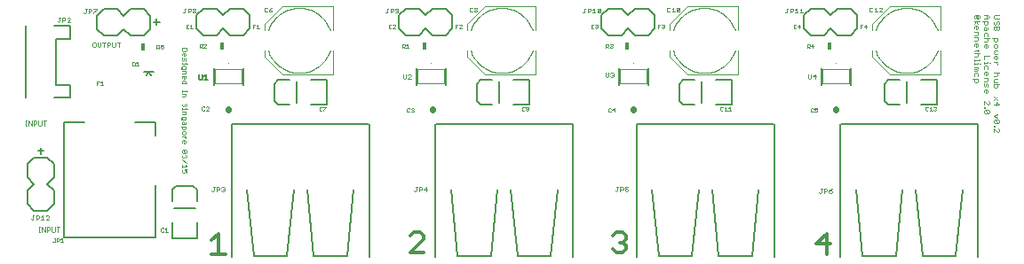
<source format=gto>
G75*
G70*
%OFA0B0*%
%FSLAX24Y24*%
%IPPOS*%
%LPD*%
%AMOC8*
5,1,8,0,0,1.08239X$1,22.5*
%
%ADD10C,0.0140*%
%ADD11C,0.0040*%
%ADD12C,0.0030*%
%ADD13C,0.0060*%
%ADD14C,0.0020*%
%ADD15C,0.0050*%
%ADD16C,0.0080*%
%ADD17C,0.0010*%
%ADD18C,0.0004*%
%ADD19C,0.0030*%
%ADD20C,0.0220*%
%ADD21R,0.0160X0.0280*%
D10*
X007970Y001170D02*
X008477Y001170D01*
X008224Y001170D02*
X008224Y001931D01*
X007970Y001677D01*
X015420Y001854D02*
X015547Y001981D01*
X015800Y001981D01*
X015927Y001854D01*
X015927Y001727D01*
X015420Y001220D01*
X015927Y001220D01*
X023020Y001347D02*
X023147Y001220D01*
X023400Y001220D01*
X023527Y001347D01*
X023527Y001474D01*
X023400Y001600D01*
X023274Y001600D01*
X023400Y001600D02*
X023527Y001727D01*
X023527Y001854D01*
X023400Y001981D01*
X023147Y001981D01*
X023020Y001854D01*
X030670Y001550D02*
X031177Y001550D01*
X031050Y001931D02*
X030670Y001550D01*
X031050Y001170D02*
X031050Y001931D01*
D11*
X030952Y003470D02*
X030952Y003630D01*
X031032Y003630D01*
X031058Y003603D01*
X031058Y003550D01*
X031032Y003523D01*
X030952Y003523D01*
X030848Y003497D02*
X030848Y003630D01*
X030874Y003630D02*
X030821Y003630D01*
X030848Y003497D02*
X030821Y003470D01*
X030794Y003470D01*
X030768Y003497D01*
X031136Y003497D02*
X031163Y003470D01*
X031216Y003470D01*
X031243Y003497D01*
X031243Y003523D01*
X031216Y003550D01*
X031136Y003550D01*
X031136Y003497D01*
X031136Y003550D02*
X031189Y003603D01*
X031243Y003630D01*
X037320Y005750D02*
X037320Y005884D01*
X037454Y005750D01*
X037487Y005750D01*
X037520Y005783D01*
X037520Y005850D01*
X037487Y005884D01*
X037353Y005961D02*
X037320Y005961D01*
X037320Y005994D01*
X037353Y005994D01*
X037353Y005961D01*
X037353Y006082D02*
X037320Y006115D01*
X037320Y006182D01*
X037353Y006215D01*
X037487Y006082D01*
X037353Y006082D01*
X037353Y006215D02*
X037487Y006215D01*
X037520Y006182D01*
X037520Y006115D01*
X037487Y006082D01*
X037454Y006303D02*
X037320Y006369D01*
X037454Y006436D01*
X037160Y006483D02*
X037127Y006450D01*
X036993Y006583D01*
X036960Y006550D01*
X036960Y006483D01*
X036993Y006450D01*
X037127Y006450D01*
X037160Y006483D02*
X037160Y006550D01*
X037127Y006583D01*
X036993Y006583D01*
X036993Y006660D02*
X036960Y006660D01*
X036960Y006694D01*
X036993Y006694D01*
X036993Y006660D01*
X036960Y006781D02*
X036960Y006915D01*
X037094Y006781D01*
X037127Y006781D01*
X037160Y006815D01*
X037160Y006881D01*
X037127Y006915D01*
X037320Y006966D02*
X037454Y007099D01*
X037454Y006966D02*
X037320Y007099D01*
X037420Y006878D02*
X037420Y006745D01*
X037320Y006778D02*
X037520Y006778D01*
X037420Y006878D01*
X037060Y007223D02*
X037027Y007223D01*
X037027Y007357D01*
X037060Y007357D02*
X037094Y007323D01*
X037094Y007257D01*
X037060Y007223D01*
X036960Y007257D02*
X036960Y007323D01*
X036993Y007357D01*
X037060Y007357D01*
X037094Y007444D02*
X037094Y007544D01*
X037060Y007578D01*
X037027Y007544D01*
X037027Y007478D01*
X036993Y007444D01*
X036960Y007478D01*
X036960Y007578D01*
X036960Y007665D02*
X037060Y007665D01*
X037094Y007699D01*
X037094Y007799D01*
X036960Y007799D01*
X037027Y007886D02*
X037027Y008020D01*
X037060Y008020D02*
X037094Y007986D01*
X037094Y007920D01*
X037060Y007886D01*
X037027Y007886D01*
X036960Y007920D02*
X036960Y007986D01*
X036993Y008020D01*
X037060Y008020D01*
X037094Y008107D02*
X037094Y008207D01*
X037060Y008241D01*
X036993Y008241D01*
X036960Y008207D01*
X036960Y008107D01*
X036734Y008104D02*
X036700Y008070D01*
X036600Y008070D01*
X036600Y008137D02*
X036700Y008137D01*
X036734Y008104D01*
X036700Y008137D02*
X036734Y008171D01*
X036734Y008204D01*
X036600Y008204D01*
X036600Y008285D02*
X036600Y008351D01*
X036600Y008318D02*
X036734Y008318D01*
X036734Y008351D01*
X036800Y008318D02*
X036834Y008318D01*
X036960Y008321D02*
X036960Y008388D01*
X036960Y008355D02*
X037094Y008355D01*
X037094Y008388D01*
X037160Y008355D02*
X037194Y008355D01*
X037320Y008388D02*
X037454Y008388D01*
X037454Y008321D02*
X037454Y008288D01*
X037454Y008321D02*
X037387Y008388D01*
X037387Y008476D02*
X037387Y008609D01*
X037420Y008609D02*
X037454Y008576D01*
X037454Y008509D01*
X037420Y008476D01*
X037387Y008476D01*
X037320Y008509D02*
X037320Y008576D01*
X037353Y008609D01*
X037420Y008609D01*
X037454Y008697D02*
X037353Y008697D01*
X037320Y008730D01*
X037353Y008763D01*
X037320Y008797D01*
X037353Y008830D01*
X037454Y008830D01*
X037420Y008918D02*
X037454Y008951D01*
X037454Y009018D01*
X037420Y009051D01*
X037353Y009051D01*
X037320Y009018D01*
X037320Y008951D01*
X037353Y008918D01*
X037420Y008918D01*
X037094Y008951D02*
X037060Y008918D01*
X037027Y008918D01*
X037027Y009051D01*
X037060Y009051D02*
X037094Y009018D01*
X037094Y008951D01*
X037060Y009051D02*
X036993Y009051D01*
X036960Y009018D01*
X036960Y008951D01*
X036960Y009139D02*
X037060Y009139D01*
X037094Y009172D01*
X037094Y009239D01*
X037060Y009272D01*
X037094Y009360D02*
X037094Y009460D01*
X037060Y009493D01*
X036993Y009493D01*
X036960Y009460D01*
X036960Y009360D01*
X036960Y009272D02*
X037160Y009272D01*
X037253Y009272D02*
X037454Y009272D01*
X037454Y009172D01*
X037420Y009139D01*
X037353Y009139D01*
X037320Y009172D01*
X037320Y009272D01*
X037353Y009581D02*
X037320Y009614D01*
X037320Y009714D01*
X037520Y009714D01*
X037520Y009614D01*
X037487Y009581D01*
X037454Y009581D01*
X037420Y009614D01*
X037420Y009714D01*
X037387Y009802D02*
X037353Y009802D01*
X037320Y009835D01*
X037320Y009902D01*
X037353Y009935D01*
X037420Y009902D02*
X037454Y009935D01*
X037487Y009935D01*
X037520Y009902D01*
X037520Y009835D01*
X037487Y009802D01*
X037420Y009835D02*
X037387Y009802D01*
X037420Y009835D02*
X037420Y009902D01*
X037353Y010023D02*
X037520Y010023D01*
X037353Y010023D02*
X037320Y010056D01*
X037320Y010123D01*
X037353Y010156D01*
X037520Y010156D01*
X037160Y010089D02*
X037094Y010023D01*
X036960Y010023D01*
X036960Y009935D02*
X036960Y009835D01*
X036993Y009802D01*
X037060Y009802D01*
X037094Y009835D01*
X037094Y009935D01*
X036893Y009935D01*
X036800Y009935D02*
X036600Y009935D01*
X036667Y009935D02*
X036734Y009835D01*
X036700Y009751D02*
X036734Y009717D01*
X036734Y009651D01*
X036700Y009617D01*
X036667Y009617D01*
X036667Y009751D01*
X036700Y009751D02*
X036633Y009751D01*
X036600Y009717D01*
X036600Y009651D01*
X036600Y009530D02*
X036734Y009530D01*
X036734Y009430D01*
X036700Y009396D01*
X036600Y009396D01*
X036600Y009309D02*
X036734Y009309D01*
X036734Y009209D01*
X036700Y009175D01*
X036600Y009175D01*
X036633Y009088D02*
X036700Y009088D01*
X036734Y009055D01*
X036734Y008988D01*
X036700Y008954D01*
X036667Y008954D01*
X036667Y009088D01*
X036633Y009088D02*
X036600Y009055D01*
X036600Y008988D01*
X036734Y008867D02*
X036734Y008800D01*
X036767Y008834D02*
X036633Y008834D01*
X036600Y008800D01*
X036600Y008720D02*
X036800Y008720D01*
X036734Y008686D02*
X036734Y008619D01*
X036700Y008586D01*
X036600Y008586D01*
X036600Y008499D02*
X036600Y008432D01*
X036600Y008465D02*
X036800Y008465D01*
X036800Y008499D01*
X036960Y008476D02*
X036960Y008609D01*
X037160Y008609D01*
X036734Y008686D02*
X036700Y008720D01*
X035330Y008826D02*
X035330Y007920D01*
X033440Y007920D01*
X032770Y008590D01*
X032770Y008826D01*
X032889Y009574D02*
X032911Y009638D01*
X032938Y009701D01*
X032968Y009763D01*
X033001Y009822D01*
X033037Y009880D01*
X033077Y009936D01*
X033120Y009989D01*
X033165Y010040D01*
X033213Y010088D01*
X033264Y010133D01*
X033318Y010176D01*
X033374Y010215D01*
X033431Y010252D01*
X033491Y010285D01*
X033553Y010314D01*
X033616Y010340D01*
X033680Y010363D01*
X033746Y010382D01*
X033813Y010397D01*
X033880Y010408D01*
X033948Y010416D01*
X034016Y010420D01*
X034084Y010420D01*
X034152Y010416D01*
X034220Y010408D01*
X034287Y010397D01*
X034354Y010382D01*
X034420Y010363D01*
X034484Y010340D01*
X034547Y010314D01*
X034609Y010285D01*
X034669Y010252D01*
X034726Y010215D01*
X034782Y010176D01*
X034836Y010133D01*
X034887Y010088D01*
X034935Y010040D01*
X034980Y009989D01*
X035023Y009936D01*
X035063Y009880D01*
X035099Y009822D01*
X035132Y009763D01*
X035162Y009701D01*
X035189Y009638D01*
X035211Y009574D01*
X035330Y009574D02*
X035330Y010480D01*
X033440Y010480D01*
X032770Y009810D01*
X032770Y009574D01*
X032889Y008826D02*
X032911Y008762D01*
X032938Y008699D01*
X032968Y008637D01*
X033001Y008578D01*
X033037Y008520D01*
X033077Y008464D01*
X033120Y008411D01*
X033165Y008360D01*
X033213Y008312D01*
X033264Y008267D01*
X033318Y008224D01*
X033374Y008185D01*
X033431Y008148D01*
X033491Y008115D01*
X033553Y008086D01*
X033616Y008060D01*
X033680Y008037D01*
X033746Y008018D01*
X033813Y008003D01*
X033880Y007992D01*
X033948Y007984D01*
X034016Y007980D01*
X034084Y007980D01*
X034152Y007984D01*
X034220Y007992D01*
X034287Y008003D01*
X034354Y008018D01*
X034420Y008037D01*
X034484Y008060D01*
X034547Y008086D01*
X034609Y008115D01*
X034669Y008148D01*
X034726Y008185D01*
X034782Y008224D01*
X034836Y008267D01*
X034887Y008312D01*
X034935Y008360D01*
X034980Y008411D01*
X035023Y008464D01*
X035063Y008520D01*
X035099Y008578D01*
X035132Y008637D01*
X035162Y008699D01*
X035189Y008762D01*
X035211Y008826D01*
X036600Y007950D02*
X036633Y007983D01*
X036700Y007983D01*
X036734Y007950D01*
X036734Y007849D01*
X036734Y007762D02*
X036734Y007662D01*
X036700Y007629D01*
X036633Y007629D01*
X036600Y007662D01*
X036600Y007762D01*
X036533Y007762D02*
X036734Y007762D01*
X036600Y007849D02*
X036600Y007950D01*
X037320Y007983D02*
X037520Y007983D01*
X037454Y007950D02*
X037420Y007983D01*
X037454Y007950D02*
X037454Y007883D01*
X037420Y007849D01*
X037320Y007849D01*
X037353Y007762D02*
X037320Y007729D01*
X037320Y007629D01*
X037454Y007629D01*
X037454Y007541D02*
X037454Y007441D01*
X037420Y007408D01*
X037353Y007408D01*
X037320Y007441D01*
X037320Y007541D01*
X037520Y007541D01*
X037454Y007762D02*
X037353Y007762D01*
X037387Y009581D02*
X037353Y009581D01*
X037387Y009581D02*
X037420Y009614D01*
X037094Y009614D02*
X037060Y009581D01*
X036960Y009581D01*
X036960Y009681D01*
X036993Y009714D01*
X037027Y009681D01*
X037027Y009581D01*
X037094Y009614D02*
X037094Y009681D01*
X036667Y009935D02*
X036600Y009835D01*
X036633Y010023D02*
X036600Y010056D01*
X036600Y010123D01*
X036633Y010156D01*
X036767Y010156D01*
X036800Y010123D01*
X036800Y010056D01*
X036767Y010023D01*
X036700Y010023D01*
X036667Y010056D01*
X036734Y010056D01*
X036734Y010123D01*
X036667Y010123D01*
X036667Y010056D01*
X036960Y010156D02*
X037094Y010156D01*
X037160Y010089D01*
X037060Y010023D02*
X037060Y010156D01*
X033132Y010276D02*
X033025Y010276D01*
X033132Y010383D01*
X033132Y010410D01*
X033105Y010436D01*
X033052Y010436D01*
X033025Y010410D01*
X032894Y010436D02*
X032894Y010276D01*
X032841Y010276D02*
X032947Y010276D01*
X032841Y010383D02*
X032894Y010436D01*
X032763Y010410D02*
X032737Y010436D01*
X032683Y010436D01*
X032657Y010410D01*
X032657Y010303D01*
X032683Y010276D01*
X032737Y010276D01*
X032763Y010303D01*
X030149Y010240D02*
X030042Y010240D01*
X030096Y010240D02*
X030096Y010400D01*
X030042Y010347D01*
X029965Y010240D02*
X029858Y010240D01*
X029912Y010240D02*
X029912Y010400D01*
X029858Y010347D01*
X029781Y010373D02*
X029781Y010320D01*
X029754Y010293D01*
X029674Y010293D01*
X029674Y010240D02*
X029674Y010400D01*
X029754Y010400D01*
X029781Y010373D01*
X029597Y010400D02*
X029543Y010400D01*
X029570Y010400D02*
X029570Y010267D01*
X029543Y010240D01*
X029517Y010240D01*
X029490Y010267D01*
X027730Y010480D02*
X027730Y009574D01*
X027611Y009574D02*
X027589Y009638D01*
X027562Y009701D01*
X027532Y009763D01*
X027499Y009822D01*
X027463Y009880D01*
X027423Y009936D01*
X027380Y009989D01*
X027335Y010040D01*
X027287Y010088D01*
X027236Y010133D01*
X027182Y010176D01*
X027126Y010215D01*
X027069Y010252D01*
X027009Y010285D01*
X026947Y010314D01*
X026884Y010340D01*
X026820Y010363D01*
X026754Y010382D01*
X026687Y010397D01*
X026620Y010408D01*
X026552Y010416D01*
X026484Y010420D01*
X026416Y010420D01*
X026348Y010416D01*
X026280Y010408D01*
X026213Y010397D01*
X026146Y010382D01*
X026080Y010363D01*
X026016Y010340D01*
X025953Y010314D01*
X025891Y010285D01*
X025831Y010252D01*
X025774Y010215D01*
X025718Y010176D01*
X025664Y010133D01*
X025613Y010088D01*
X025565Y010040D01*
X025520Y009989D01*
X025477Y009936D01*
X025437Y009880D01*
X025401Y009822D01*
X025368Y009763D01*
X025338Y009701D01*
X025311Y009638D01*
X025289Y009574D01*
X025170Y009574D02*
X025170Y009810D01*
X025840Y010480D01*
X027730Y010480D01*
X025532Y010410D02*
X025425Y010303D01*
X025452Y010276D01*
X025505Y010276D01*
X025532Y010303D01*
X025532Y010410D01*
X025505Y010436D01*
X025452Y010436D01*
X025425Y010410D01*
X025425Y010303D01*
X025347Y010276D02*
X025241Y010276D01*
X025294Y010276D02*
X025294Y010436D01*
X025241Y010383D01*
X025163Y010410D02*
X025137Y010436D01*
X025083Y010436D01*
X025057Y010410D01*
X025057Y010303D01*
X025083Y010276D01*
X025137Y010276D01*
X025163Y010303D01*
X022549Y010267D02*
X022523Y010240D01*
X022469Y010240D01*
X022442Y010267D01*
X022549Y010373D01*
X022549Y010267D01*
X022549Y010373D02*
X022523Y010400D01*
X022469Y010400D01*
X022442Y010373D01*
X022442Y010267D01*
X022365Y010240D02*
X022258Y010240D01*
X022312Y010240D02*
X022312Y010400D01*
X022258Y010347D01*
X022181Y010373D02*
X022181Y010320D01*
X022154Y010293D01*
X022074Y010293D01*
X022074Y010240D02*
X022074Y010400D01*
X022154Y010400D01*
X022181Y010373D01*
X021997Y010400D02*
X021943Y010400D01*
X021970Y010400D02*
X021970Y010267D01*
X021943Y010240D01*
X021917Y010240D01*
X021890Y010267D01*
X020130Y010480D02*
X020130Y009574D01*
X020011Y009574D02*
X019989Y009638D01*
X019962Y009701D01*
X019932Y009763D01*
X019899Y009822D01*
X019863Y009880D01*
X019823Y009936D01*
X019780Y009989D01*
X019735Y010040D01*
X019687Y010088D01*
X019636Y010133D01*
X019582Y010176D01*
X019526Y010215D01*
X019469Y010252D01*
X019409Y010285D01*
X019347Y010314D01*
X019284Y010340D01*
X019220Y010363D01*
X019154Y010382D01*
X019087Y010397D01*
X019020Y010408D01*
X018952Y010416D01*
X018884Y010420D01*
X018816Y010420D01*
X018748Y010416D01*
X018680Y010408D01*
X018613Y010397D01*
X018546Y010382D01*
X018480Y010363D01*
X018416Y010340D01*
X018353Y010314D01*
X018291Y010285D01*
X018231Y010252D01*
X018174Y010215D01*
X018118Y010176D01*
X018064Y010133D01*
X018013Y010088D01*
X017965Y010040D01*
X017920Y009989D01*
X017877Y009936D01*
X017837Y009880D01*
X017801Y009822D01*
X017768Y009763D01*
X017738Y009701D01*
X017711Y009638D01*
X017689Y009574D01*
X017570Y009574D02*
X017570Y009810D01*
X018240Y010480D01*
X020130Y010480D01*
X017932Y010410D02*
X017932Y010383D01*
X017905Y010356D01*
X017852Y010356D01*
X017825Y010383D01*
X017825Y010410D01*
X017852Y010436D01*
X017905Y010436D01*
X017932Y010410D01*
X017905Y010356D02*
X017932Y010330D01*
X017932Y010303D01*
X017905Y010276D01*
X017852Y010276D01*
X017825Y010303D01*
X017825Y010330D01*
X017852Y010356D01*
X017747Y010303D02*
X017721Y010276D01*
X017667Y010276D01*
X017641Y010303D01*
X017641Y010410D01*
X017667Y010436D01*
X017721Y010436D01*
X017747Y010410D01*
X014965Y010373D02*
X014965Y010267D01*
X014938Y010240D01*
X014885Y010240D01*
X014858Y010267D01*
X014885Y010320D02*
X014965Y010320D01*
X014965Y010373D02*
X014938Y010400D01*
X014885Y010400D01*
X014858Y010373D01*
X014858Y010347D01*
X014885Y010320D01*
X014781Y010320D02*
X014754Y010293D01*
X014674Y010293D01*
X014674Y010240D02*
X014674Y010400D01*
X014754Y010400D01*
X014781Y010373D01*
X014781Y010320D01*
X014597Y010400D02*
X014543Y010400D01*
X014570Y010400D02*
X014570Y010267D01*
X014543Y010240D01*
X014517Y010240D01*
X014490Y010267D01*
X012530Y010480D02*
X012530Y009574D01*
X012411Y009574D02*
X012389Y009638D01*
X012362Y009701D01*
X012332Y009763D01*
X012299Y009822D01*
X012263Y009880D01*
X012223Y009936D01*
X012180Y009989D01*
X012135Y010040D01*
X012087Y010088D01*
X012036Y010133D01*
X011982Y010176D01*
X011926Y010215D01*
X011869Y010252D01*
X011809Y010285D01*
X011747Y010314D01*
X011684Y010340D01*
X011620Y010363D01*
X011554Y010382D01*
X011487Y010397D01*
X011420Y010408D01*
X011352Y010416D01*
X011284Y010420D01*
X011216Y010420D01*
X011148Y010416D01*
X011080Y010408D01*
X011013Y010397D01*
X010946Y010382D01*
X010880Y010363D01*
X010816Y010340D01*
X010753Y010314D01*
X010691Y010285D01*
X010631Y010252D01*
X010574Y010215D01*
X010518Y010176D01*
X010464Y010133D01*
X010413Y010088D01*
X010365Y010040D01*
X010320Y009989D01*
X010277Y009936D01*
X010237Y009880D01*
X010201Y009822D01*
X010168Y009763D01*
X010138Y009701D01*
X010111Y009638D01*
X010089Y009574D01*
X009970Y009574D02*
X009970Y009810D01*
X010640Y010480D01*
X012530Y010480D01*
X010232Y010436D02*
X010178Y010410D01*
X010125Y010356D01*
X010205Y010356D01*
X010232Y010330D01*
X010232Y010303D01*
X010205Y010276D01*
X010152Y010276D01*
X010125Y010303D01*
X010125Y010356D01*
X010047Y010303D02*
X010021Y010276D01*
X009967Y010276D01*
X009941Y010303D01*
X009941Y010410D01*
X009967Y010436D01*
X010021Y010436D01*
X010047Y010410D01*
X007365Y010373D02*
X007365Y010347D01*
X007338Y010320D01*
X007285Y010320D01*
X007258Y010347D01*
X007258Y010373D01*
X007285Y010400D01*
X007338Y010400D01*
X007365Y010373D01*
X007338Y010320D02*
X007365Y010293D01*
X007365Y010267D01*
X007338Y010240D01*
X007285Y010240D01*
X007258Y010267D01*
X007258Y010293D01*
X007285Y010320D01*
X007181Y010320D02*
X007181Y010373D01*
X007154Y010400D01*
X007074Y010400D01*
X007074Y010240D01*
X007074Y010293D02*
X007154Y010293D01*
X007181Y010320D01*
X006997Y010400D02*
X006943Y010400D01*
X006970Y010400D02*
X006970Y010267D01*
X006943Y010240D01*
X006917Y010240D01*
X006890Y010267D01*
X003643Y010363D02*
X003536Y010257D01*
X003536Y010230D01*
X003458Y010310D02*
X003432Y010283D01*
X003352Y010283D01*
X003352Y010230D02*
X003352Y010390D01*
X003432Y010390D01*
X003458Y010363D01*
X003458Y010310D01*
X003536Y010390D02*
X003643Y010390D01*
X003643Y010363D01*
X003274Y010390D02*
X003221Y010390D01*
X003248Y010390D02*
X003248Y010257D01*
X003221Y010230D01*
X003194Y010230D01*
X003168Y010257D01*
X002657Y010033D02*
X002631Y010060D01*
X002577Y010060D01*
X002551Y010033D01*
X002473Y010033D02*
X002473Y009980D01*
X002446Y009953D01*
X002366Y009953D01*
X002366Y009900D02*
X002366Y010060D01*
X002446Y010060D01*
X002473Y010033D01*
X002551Y009900D02*
X002657Y010007D01*
X002657Y010033D01*
X002289Y010060D02*
X002236Y010060D01*
X002262Y010060D02*
X002262Y009927D01*
X002236Y009900D01*
X002209Y009900D01*
X002182Y009927D01*
X002551Y009900D02*
X002657Y009900D01*
X009970Y008826D02*
X009970Y008590D01*
X010640Y007920D01*
X012530Y007920D01*
X012530Y008826D01*
X012411Y008826D02*
X012389Y008762D01*
X012362Y008699D01*
X012332Y008637D01*
X012299Y008578D01*
X012263Y008520D01*
X012223Y008464D01*
X012180Y008411D01*
X012135Y008360D01*
X012087Y008312D01*
X012036Y008267D01*
X011982Y008224D01*
X011926Y008185D01*
X011869Y008148D01*
X011809Y008115D01*
X011747Y008086D01*
X011684Y008060D01*
X011620Y008037D01*
X011554Y008018D01*
X011487Y008003D01*
X011420Y007992D01*
X011352Y007984D01*
X011284Y007980D01*
X011216Y007980D01*
X011148Y007984D01*
X011080Y007992D01*
X011013Y008003D01*
X010946Y008018D01*
X010880Y008037D01*
X010816Y008060D01*
X010753Y008086D01*
X010691Y008115D01*
X010631Y008148D01*
X010574Y008185D01*
X010518Y008224D01*
X010464Y008267D01*
X010413Y008312D01*
X010365Y008360D01*
X010320Y008411D01*
X010277Y008464D01*
X010237Y008520D01*
X010201Y008578D01*
X010168Y008637D01*
X010138Y008699D01*
X010111Y008762D01*
X010089Y008826D01*
X015152Y007930D02*
X015152Y007797D01*
X015178Y007770D01*
X015232Y007770D01*
X015258Y007797D01*
X015258Y007930D01*
X015336Y007903D02*
X015363Y007930D01*
X015416Y007930D01*
X015443Y007903D01*
X015443Y007877D01*
X015336Y007770D01*
X015443Y007770D01*
X017570Y008590D02*
X017570Y008826D01*
X017570Y008590D02*
X018240Y007920D01*
X020130Y007920D01*
X020130Y008826D01*
X020011Y008826D02*
X019989Y008762D01*
X019962Y008699D01*
X019932Y008637D01*
X019899Y008578D01*
X019863Y008520D01*
X019823Y008464D01*
X019780Y008411D01*
X019735Y008360D01*
X019687Y008312D01*
X019636Y008267D01*
X019582Y008224D01*
X019526Y008185D01*
X019469Y008148D01*
X019409Y008115D01*
X019347Y008086D01*
X019284Y008060D01*
X019220Y008037D01*
X019154Y008018D01*
X019087Y008003D01*
X019020Y007992D01*
X018952Y007984D01*
X018884Y007980D01*
X018816Y007980D01*
X018748Y007984D01*
X018680Y007992D01*
X018613Y008003D01*
X018546Y008018D01*
X018480Y008037D01*
X018416Y008060D01*
X018353Y008086D01*
X018291Y008115D01*
X018231Y008148D01*
X018174Y008185D01*
X018118Y008224D01*
X018064Y008267D01*
X018013Y008312D01*
X017965Y008360D01*
X017920Y008411D01*
X017877Y008464D01*
X017837Y008520D01*
X017801Y008578D01*
X017768Y008637D01*
X017738Y008699D01*
X017711Y008762D01*
X017689Y008826D01*
X022752Y007980D02*
X022752Y007847D01*
X022778Y007820D01*
X022832Y007820D01*
X022858Y007847D01*
X022858Y007980D01*
X022936Y007953D02*
X022963Y007980D01*
X023016Y007980D01*
X023043Y007953D01*
X023043Y007927D01*
X023016Y007900D01*
X023043Y007873D01*
X023043Y007847D01*
X023016Y007820D01*
X022963Y007820D01*
X022936Y007847D01*
X022989Y007900D02*
X023016Y007900D01*
X025170Y008590D02*
X025170Y008826D01*
X025170Y008590D02*
X025840Y007920D01*
X027730Y007920D01*
X027730Y008826D01*
X027611Y008826D02*
X027589Y008762D01*
X027562Y008699D01*
X027532Y008637D01*
X027499Y008578D01*
X027463Y008520D01*
X027423Y008464D01*
X027380Y008411D01*
X027335Y008360D01*
X027287Y008312D01*
X027236Y008267D01*
X027182Y008224D01*
X027126Y008185D01*
X027069Y008148D01*
X027009Y008115D01*
X026947Y008086D01*
X026884Y008060D01*
X026820Y008037D01*
X026754Y008018D01*
X026687Y008003D01*
X026620Y007992D01*
X026552Y007984D01*
X026484Y007980D01*
X026416Y007980D01*
X026348Y007984D01*
X026280Y007992D01*
X026213Y008003D01*
X026146Y008018D01*
X026080Y008037D01*
X026016Y008060D01*
X025953Y008086D01*
X025891Y008115D01*
X025831Y008148D01*
X025774Y008185D01*
X025718Y008224D01*
X025664Y008267D01*
X025613Y008312D01*
X025565Y008360D01*
X025520Y008411D01*
X025477Y008464D01*
X025437Y008520D01*
X025401Y008578D01*
X025368Y008637D01*
X025338Y008699D01*
X025311Y008762D01*
X025289Y008826D01*
X030352Y007930D02*
X030352Y007797D01*
X030378Y007770D01*
X030432Y007770D01*
X030458Y007797D01*
X030458Y007930D01*
X030536Y007850D02*
X030616Y007930D01*
X030616Y007770D01*
X030643Y007850D02*
X030536Y007850D01*
X023593Y003680D02*
X023486Y003680D01*
X023486Y003600D01*
X023539Y003627D01*
X023566Y003627D01*
X023593Y003600D01*
X023593Y003547D01*
X023566Y003520D01*
X023513Y003520D01*
X023486Y003547D01*
X023408Y003600D02*
X023382Y003573D01*
X023302Y003573D01*
X023302Y003520D02*
X023302Y003680D01*
X023382Y003680D01*
X023408Y003653D01*
X023408Y003600D01*
X023224Y003680D02*
X023171Y003680D01*
X023198Y003680D02*
X023198Y003547D01*
X023171Y003520D01*
X023144Y003520D01*
X023118Y003547D01*
X016043Y003600D02*
X015936Y003600D01*
X016016Y003680D01*
X016016Y003520D01*
X015858Y003600D02*
X015832Y003573D01*
X015752Y003573D01*
X015752Y003520D02*
X015752Y003680D01*
X015832Y003680D01*
X015858Y003653D01*
X015858Y003600D01*
X015674Y003680D02*
X015621Y003680D01*
X015648Y003680D02*
X015648Y003547D01*
X015621Y003520D01*
X015594Y003520D01*
X015568Y003547D01*
X008443Y003547D02*
X008416Y003520D01*
X008363Y003520D01*
X008336Y003547D01*
X008389Y003600D02*
X008416Y003600D01*
X008443Y003573D01*
X008443Y003547D01*
X008416Y003600D02*
X008443Y003627D01*
X008443Y003653D01*
X008416Y003680D01*
X008363Y003680D01*
X008336Y003653D01*
X008258Y003653D02*
X008258Y003600D01*
X008232Y003573D01*
X008152Y003573D01*
X008152Y003520D02*
X008152Y003680D01*
X008232Y003680D01*
X008258Y003653D01*
X008074Y003680D02*
X008021Y003680D01*
X008048Y003680D02*
X008048Y003547D01*
X008021Y003520D01*
X007994Y003520D01*
X007968Y003547D01*
X001849Y002583D02*
X001823Y002610D01*
X001769Y002610D01*
X001742Y002583D01*
X001849Y002583D02*
X001849Y002557D01*
X001742Y002450D01*
X001849Y002450D01*
X001665Y002450D02*
X001558Y002450D01*
X001612Y002450D02*
X001612Y002610D01*
X001558Y002557D01*
X001481Y002583D02*
X001454Y002610D01*
X001374Y002610D01*
X001374Y002450D01*
X001374Y002503D02*
X001454Y002503D01*
X001481Y002530D01*
X001481Y002583D01*
X001297Y002610D02*
X001243Y002610D01*
X001270Y002610D02*
X001270Y002477D01*
X001243Y002450D01*
X001217Y002450D01*
X001190Y002477D01*
D12*
X001474Y002173D02*
X001531Y002173D01*
X001502Y002173D02*
X001502Y002003D01*
X001474Y002003D02*
X001531Y002003D01*
X001597Y002003D02*
X001597Y002173D01*
X001710Y002003D01*
X001710Y002173D01*
X001781Y002173D02*
X001866Y002173D01*
X001894Y002145D01*
X001894Y002088D01*
X001866Y002060D01*
X001781Y002060D01*
X001781Y002003D02*
X001781Y002173D01*
X001965Y002173D02*
X001965Y002031D01*
X001993Y002003D01*
X002050Y002003D01*
X002078Y002031D01*
X002078Y002173D01*
X002149Y002173D02*
X002263Y002173D01*
X002206Y002173D02*
X002206Y002003D01*
X006865Y004255D02*
X006865Y004312D01*
X006893Y004340D01*
X006950Y004340D02*
X006978Y004284D01*
X006978Y004255D01*
X006950Y004227D01*
X006893Y004227D01*
X006865Y004255D01*
X006950Y004340D02*
X007035Y004340D01*
X007035Y004227D01*
X006865Y004411D02*
X006865Y004525D01*
X006865Y004468D02*
X007035Y004468D01*
X006978Y004525D01*
X007035Y004595D02*
X006865Y004709D01*
X006893Y004780D02*
X006865Y004808D01*
X006865Y004865D01*
X006893Y004893D01*
X006893Y004964D02*
X006865Y004992D01*
X006865Y005049D01*
X006893Y005077D01*
X007007Y004964D01*
X006893Y004964D01*
X006893Y005077D02*
X007007Y005077D01*
X007035Y005049D01*
X007035Y004992D01*
X007007Y004964D01*
X007007Y004893D02*
X007035Y004865D01*
X007035Y004808D01*
X007007Y004780D01*
X006978Y004780D01*
X006950Y004808D01*
X006922Y004780D01*
X006893Y004780D01*
X006950Y004808D02*
X006950Y004836D01*
X006950Y005332D02*
X006922Y005332D01*
X006922Y005445D01*
X006950Y005445D02*
X006978Y005417D01*
X006978Y005360D01*
X006950Y005332D01*
X006865Y005360D02*
X006865Y005417D01*
X006893Y005445D01*
X006950Y005445D01*
X006978Y005514D02*
X006978Y005542D01*
X006922Y005599D01*
X006978Y005599D02*
X006865Y005599D01*
X006893Y005670D02*
X006950Y005670D01*
X006978Y005698D01*
X006978Y005755D01*
X006950Y005783D01*
X006893Y005783D01*
X006865Y005755D01*
X006865Y005698D01*
X006893Y005670D01*
X006893Y005854D02*
X006865Y005882D01*
X006865Y005967D01*
X006808Y005967D02*
X006978Y005967D01*
X006978Y005882D01*
X006950Y005854D01*
X006893Y005854D01*
X006865Y006038D02*
X006865Y006123D01*
X006893Y006151D01*
X006922Y006123D01*
X006922Y006038D01*
X006950Y006038D02*
X006865Y006038D01*
X006950Y006038D02*
X006978Y006066D01*
X006978Y006123D01*
X006978Y006222D02*
X006837Y006222D01*
X006808Y006250D01*
X006808Y006279D01*
X006865Y006307D02*
X006865Y006222D01*
X006865Y006307D02*
X006893Y006336D01*
X006950Y006336D01*
X006978Y006307D01*
X006978Y006222D01*
X006950Y006406D02*
X006865Y006406D01*
X006950Y006406D02*
X006978Y006435D01*
X006978Y006520D01*
X006865Y006520D01*
X006865Y006586D02*
X006865Y006642D01*
X006865Y006614D02*
X006978Y006614D01*
X006978Y006642D01*
X007035Y006614D02*
X007064Y006614D01*
X007007Y006713D02*
X007035Y006742D01*
X007035Y006798D01*
X007007Y006827D01*
X006978Y006827D01*
X006950Y006798D01*
X006950Y006742D01*
X006922Y006713D01*
X006893Y006713D01*
X006865Y006742D01*
X006865Y006798D01*
X006893Y006827D01*
X006865Y007081D02*
X006950Y007081D01*
X006978Y007110D01*
X006978Y007195D01*
X006865Y007195D01*
X006865Y007261D02*
X006865Y007318D01*
X006865Y007289D02*
X006978Y007289D01*
X006978Y007318D01*
X007035Y007289D02*
X007064Y007289D01*
X007035Y007573D02*
X006865Y007573D01*
X006865Y007658D01*
X006893Y007686D01*
X006950Y007686D01*
X006978Y007658D01*
X006978Y007573D01*
X006950Y007757D02*
X006922Y007757D01*
X006922Y007870D01*
X006950Y007870D02*
X006978Y007842D01*
X006978Y007785D01*
X006950Y007757D01*
X006865Y007785D02*
X006865Y007842D01*
X006893Y007870D01*
X006950Y007870D01*
X006950Y007941D02*
X006865Y007941D01*
X006950Y007941D02*
X006978Y007969D01*
X006978Y008054D01*
X006865Y008054D01*
X006865Y008125D02*
X006865Y008210D01*
X006893Y008238D01*
X006950Y008238D01*
X006978Y008210D01*
X006978Y008125D01*
X006837Y008125D01*
X006808Y008153D01*
X006808Y008182D01*
X006865Y008305D02*
X006865Y008361D01*
X006865Y008333D02*
X006978Y008333D01*
X006978Y008361D01*
X007035Y008333D02*
X007064Y008333D01*
X006978Y008432D02*
X006978Y008517D01*
X006950Y008545D01*
X006922Y008517D01*
X006922Y008460D01*
X006893Y008432D01*
X006865Y008460D01*
X006865Y008545D01*
X006922Y008616D02*
X006922Y008730D01*
X006950Y008730D02*
X006978Y008701D01*
X006978Y008644D01*
X006950Y008616D01*
X006922Y008616D01*
X006865Y008644D02*
X006865Y008701D01*
X006893Y008730D01*
X006950Y008730D01*
X006893Y008800D02*
X007007Y008800D01*
X007035Y008829D01*
X007035Y008914D01*
X006865Y008914D01*
X006865Y008829D01*
X006893Y008800D01*
X004535Y009123D02*
X004422Y009123D01*
X004479Y009123D02*
X004479Y008953D01*
X004351Y008981D02*
X004351Y009123D01*
X004238Y009123D02*
X004238Y008981D01*
X004266Y008953D01*
X004323Y008953D01*
X004351Y008981D01*
X004167Y009038D02*
X004167Y009095D01*
X004139Y009123D01*
X004054Y009123D01*
X004054Y008953D01*
X004054Y009010D02*
X004139Y009010D01*
X004167Y009038D01*
X003983Y009123D02*
X003869Y009123D01*
X003926Y009123D02*
X003926Y008953D01*
X003799Y008981D02*
X003799Y009123D01*
X003685Y009123D02*
X003685Y008981D01*
X003714Y008953D01*
X003770Y008953D01*
X003799Y008981D01*
X003615Y008981D02*
X003615Y009095D01*
X003586Y009123D01*
X003529Y009123D01*
X003501Y009095D01*
X003501Y008981D01*
X003529Y008953D01*
X003586Y008953D01*
X003615Y008981D01*
X001763Y006173D02*
X001649Y006173D01*
X001706Y006173D02*
X001706Y006003D01*
X001578Y006031D02*
X001578Y006173D01*
X001465Y006173D02*
X001465Y006031D01*
X001493Y006003D01*
X001550Y006003D01*
X001578Y006031D01*
X001394Y006088D02*
X001366Y006060D01*
X001281Y006060D01*
X001281Y006003D02*
X001281Y006173D01*
X001366Y006173D01*
X001394Y006145D01*
X001394Y006088D01*
X001210Y006003D02*
X001210Y006173D01*
X001097Y006173D02*
X001210Y006003D01*
X001097Y006003D02*
X001097Y006173D01*
X001031Y006173D02*
X000974Y006173D01*
X001002Y006173D02*
X001002Y006003D01*
X000974Y006003D02*
X001031Y006003D01*
D13*
X001557Y005164D02*
X001557Y004937D01*
X001670Y005050D02*
X001443Y005050D01*
X005907Y009787D02*
X005907Y010014D01*
X006020Y009900D02*
X005793Y009900D01*
D14*
X007010Y009800D02*
X007010Y009660D01*
X007103Y009660D01*
X007157Y009660D02*
X007251Y009660D01*
X007204Y009660D02*
X007204Y009800D01*
X007157Y009753D01*
X007103Y009800D02*
X007010Y009800D01*
X007010Y009730D02*
X007057Y009730D01*
X009510Y009730D02*
X009557Y009730D01*
X009603Y009800D02*
X009510Y009800D01*
X009510Y009660D01*
X009657Y009660D02*
X009751Y009660D01*
X009704Y009660D02*
X009704Y009800D01*
X009657Y009753D01*
X014610Y009730D02*
X014657Y009730D01*
X014703Y009660D02*
X014610Y009660D01*
X014610Y009800D01*
X014703Y009800D01*
X014757Y009777D02*
X014781Y009800D01*
X014827Y009800D01*
X014851Y009777D01*
X014851Y009753D01*
X014757Y009660D01*
X014851Y009660D01*
X017110Y009660D02*
X017110Y009800D01*
X017203Y009800D01*
X017257Y009777D02*
X017281Y009800D01*
X017327Y009800D01*
X017351Y009777D01*
X017351Y009753D01*
X017257Y009660D01*
X017351Y009660D01*
X017157Y009730D02*
X017110Y009730D01*
X022210Y009730D02*
X022257Y009730D01*
X022303Y009660D02*
X022210Y009660D01*
X022210Y009800D01*
X022303Y009800D01*
X022357Y009777D02*
X022381Y009800D01*
X022427Y009800D01*
X022451Y009777D01*
X022451Y009753D01*
X022427Y009730D01*
X022451Y009707D01*
X022451Y009683D01*
X022427Y009660D01*
X022381Y009660D01*
X022357Y009683D01*
X022404Y009730D02*
X022427Y009730D01*
X024710Y009730D02*
X024757Y009730D01*
X024803Y009800D02*
X024710Y009800D01*
X024710Y009660D01*
X024857Y009683D02*
X024881Y009660D01*
X024927Y009660D01*
X024951Y009683D01*
X024951Y009707D01*
X024927Y009730D01*
X024904Y009730D01*
X024927Y009730D02*
X024951Y009753D01*
X024951Y009777D01*
X024927Y009800D01*
X024881Y009800D01*
X024857Y009777D01*
X029810Y009800D02*
X029810Y009660D01*
X029903Y009660D01*
X029857Y009730D02*
X029810Y009730D01*
X029810Y009800D02*
X029903Y009800D01*
X029957Y009730D02*
X030051Y009730D01*
X030027Y009660D02*
X030027Y009800D01*
X029957Y009730D01*
X032310Y009730D02*
X032357Y009730D01*
X032403Y009800D02*
X032310Y009800D01*
X032310Y009660D01*
X032457Y009730D02*
X032551Y009730D01*
X032527Y009660D02*
X032527Y009800D01*
X032457Y009730D01*
D15*
X031959Y008165D02*
X031959Y007535D01*
X030841Y007535D02*
X030841Y008165D01*
X034050Y007650D02*
X034050Y006850D01*
X031590Y006060D02*
X036710Y006060D01*
X036735Y006060D02*
X036730Y001060D01*
X035900Y001100D02*
X034650Y001100D01*
X034400Y003600D01*
X033900Y003600D02*
X033650Y001100D01*
X032400Y001100D01*
X032150Y003600D01*
X028500Y003600D02*
X028250Y001100D01*
X027000Y001100D01*
X026750Y003600D01*
X026250Y003600D02*
X026000Y001100D01*
X024750Y001100D01*
X024500Y003600D01*
X020950Y003600D02*
X020700Y001100D01*
X019450Y001100D01*
X019200Y003600D01*
X018700Y003600D02*
X018450Y001100D01*
X017200Y001100D01*
X016950Y003600D01*
X013300Y003600D02*
X013050Y001100D01*
X011800Y001100D01*
X011550Y003600D01*
X011050Y003600D02*
X010800Y001100D01*
X009550Y001100D01*
X009300Y003600D01*
X007350Y002900D02*
X006550Y002900D01*
X008715Y001060D02*
X008710Y001050D01*
X008715Y001060D02*
X008715Y006060D01*
X008740Y006060D02*
X013860Y006060D01*
X013885Y006060D02*
X013880Y001060D01*
X016360Y001050D02*
X016365Y001060D01*
X016365Y006060D01*
X016390Y006060D02*
X021510Y006060D01*
X021535Y006060D02*
X021530Y001060D01*
X023910Y001050D02*
X023915Y001060D01*
X023915Y006060D01*
X023940Y006060D02*
X029060Y006060D01*
X029085Y006060D02*
X029080Y001060D01*
X031560Y001050D02*
X031565Y001060D01*
X031565Y006060D01*
X026350Y006850D02*
X026350Y007650D01*
X024359Y007535D02*
X024359Y008165D01*
X023241Y008165D02*
X023241Y007535D01*
X018750Y007650D02*
X018750Y006850D01*
X016759Y007535D02*
X016759Y008165D01*
X015641Y008165D02*
X015641Y007535D01*
X011150Y007650D02*
X011150Y006850D01*
X009159Y007535D02*
X009159Y008165D01*
X008041Y008165D02*
X008041Y007535D01*
X007831Y007735D02*
X007704Y007735D01*
X007767Y007735D02*
X007767Y007925D01*
X007704Y007862D01*
X007610Y007925D02*
X007610Y007767D01*
X007578Y007735D01*
X007515Y007735D01*
X007483Y007767D01*
X007483Y007925D01*
X036150Y003600D02*
X035900Y001100D01*
D16*
X035184Y006778D02*
X034594Y006778D01*
X035184Y006778D02*
X035184Y007722D01*
X034594Y007722D01*
X033806Y007722D02*
X033373Y007722D01*
X033216Y007565D01*
X033216Y006935D01*
X033373Y006778D01*
X033806Y006778D01*
X027484Y006778D02*
X026894Y006778D01*
X027484Y006778D02*
X027484Y007722D01*
X026894Y007722D01*
X026106Y007722D02*
X025673Y007722D01*
X025516Y007565D01*
X025516Y006935D01*
X025673Y006778D01*
X026106Y006778D01*
X019884Y006778D02*
X019294Y006778D01*
X019884Y006778D02*
X019884Y007722D01*
X019294Y007722D01*
X018506Y007722D02*
X018073Y007722D01*
X017916Y007565D01*
X017916Y006935D01*
X018073Y006778D01*
X018506Y006778D01*
X012284Y006778D02*
X011694Y006778D01*
X012284Y006778D02*
X012284Y007722D01*
X011694Y007722D01*
X010906Y007722D02*
X010473Y007722D01*
X010316Y007565D01*
X010316Y006935D01*
X010473Y006778D01*
X010906Y006778D01*
X005862Y006114D02*
X005862Y005618D01*
X005862Y006114D02*
X005095Y006114D01*
X003205Y006114D02*
X002438Y006114D01*
X002438Y001781D01*
X005862Y001781D01*
X005862Y003768D01*
X006478Y003577D02*
X006478Y003144D01*
X007422Y003144D02*
X007422Y003577D01*
X007265Y003734D01*
X006635Y003734D01*
X006478Y003577D01*
X002050Y003550D02*
X002050Y003050D01*
X001800Y002800D01*
X001300Y002800D01*
X001050Y003050D01*
X001050Y003550D01*
X001300Y003800D01*
X001050Y004050D01*
X001050Y004550D01*
X001300Y004800D01*
X001800Y004800D01*
X002050Y004550D01*
X002050Y004050D01*
X001800Y003800D01*
X002050Y003550D01*
X006478Y002356D02*
X006478Y001766D01*
X007422Y001766D01*
X007422Y002356D01*
X002672Y007061D02*
X002042Y007061D01*
X002672Y007061D02*
X002672Y007534D01*
X002121Y007534D01*
X002121Y009266D01*
X002672Y009266D01*
X002672Y009739D01*
X002042Y009739D01*
X000979Y009739D02*
X000979Y007061D01*
X005419Y008017D02*
X005600Y008017D01*
X005692Y007895D01*
X005781Y008017D02*
X005600Y008017D01*
X005590Y008011D02*
X005514Y007895D01*
X005420Y009380D02*
X004920Y009380D01*
X004670Y009630D01*
X004420Y009380D01*
X003920Y009380D01*
X003670Y009630D01*
X003670Y010130D01*
X003920Y010380D01*
X004420Y010380D01*
X004670Y010130D01*
X004920Y010380D01*
X005420Y010380D01*
X005670Y010130D01*
X005670Y009630D01*
X005420Y009380D01*
X007400Y009650D02*
X007650Y009400D01*
X008150Y009400D01*
X008400Y009650D01*
X008650Y009400D01*
X009150Y009400D01*
X009400Y009650D01*
X009400Y010150D01*
X009150Y010400D01*
X008650Y010400D01*
X008400Y010150D01*
X008150Y010400D01*
X007650Y010400D01*
X007400Y010150D01*
X007400Y009650D01*
X015000Y009650D02*
X015250Y009400D01*
X015750Y009400D01*
X016000Y009650D01*
X016250Y009400D01*
X016750Y009400D01*
X017000Y009650D01*
X017000Y010150D01*
X016750Y010400D01*
X016250Y010400D01*
X016000Y010150D01*
X015750Y010400D01*
X015250Y010400D01*
X015000Y010150D01*
X015000Y009650D01*
X022600Y009650D02*
X022850Y009400D01*
X023350Y009400D01*
X023600Y009650D01*
X023850Y009400D01*
X024350Y009400D01*
X024600Y009650D01*
X024600Y010150D01*
X024350Y010400D01*
X023850Y010400D01*
X023600Y010150D01*
X023350Y010400D01*
X022850Y010400D01*
X022600Y010150D01*
X022600Y009650D01*
X030200Y009650D02*
X030450Y009400D01*
X030950Y009400D01*
X031200Y009650D01*
X031450Y009400D01*
X031950Y009400D01*
X032200Y009650D01*
X032200Y010150D01*
X031950Y010400D01*
X031450Y010400D01*
X031200Y010150D01*
X030950Y010400D01*
X030450Y010400D01*
X030200Y010150D01*
X030200Y009650D01*
D17*
X002030Y001605D02*
X002005Y001630D01*
X002030Y001605D02*
X002055Y001605D01*
X002080Y001630D01*
X002080Y001755D01*
X002055Y001755D02*
X002105Y001755D01*
X002152Y001755D02*
X002227Y001755D01*
X002252Y001730D01*
X002252Y001680D01*
X002227Y001655D01*
X002152Y001655D01*
X002152Y001605D02*
X002152Y001755D01*
X002300Y001705D02*
X002350Y001755D01*
X002350Y001605D01*
X002300Y001605D02*
X002400Y001605D01*
X006067Y002020D02*
X006092Y001995D01*
X006142Y001995D01*
X006167Y002020D01*
X006214Y001995D02*
X006314Y001995D01*
X006264Y001995D02*
X006264Y002145D01*
X006214Y002095D01*
X006167Y002120D02*
X006142Y002145D01*
X006092Y002145D01*
X006067Y002120D01*
X006067Y002020D01*
X007630Y006555D02*
X007680Y006555D01*
X007705Y006580D01*
X007752Y006555D02*
X007852Y006655D01*
X007852Y006680D01*
X007827Y006705D01*
X007777Y006705D01*
X007752Y006680D01*
X007705Y006680D02*
X007680Y006705D01*
X007630Y006705D01*
X007605Y006680D01*
X007605Y006580D01*
X007630Y006555D01*
X007752Y006555D02*
X007852Y006555D01*
X003902Y007505D02*
X003802Y007505D01*
X003852Y007505D02*
X003852Y007655D01*
X003802Y007605D01*
X003755Y007655D02*
X003655Y007655D01*
X003655Y007505D01*
X003655Y007580D02*
X003705Y007580D01*
X004985Y008245D02*
X005060Y008245D01*
X005085Y008270D01*
X005085Y008370D01*
X005060Y008395D01*
X004985Y008395D01*
X004985Y008245D01*
X005133Y008245D02*
X005233Y008245D01*
X005183Y008245D02*
X005183Y008395D01*
X005133Y008345D01*
X005905Y008880D02*
X005905Y009030D01*
X005980Y009030D01*
X006005Y009005D01*
X006005Y008955D01*
X005980Y008930D01*
X005905Y008930D01*
X005955Y008930D02*
X006005Y008880D01*
X006052Y008905D02*
X006077Y008880D01*
X006127Y008880D01*
X006152Y008905D01*
X006152Y008955D01*
X006127Y008980D01*
X006102Y008980D01*
X006052Y008955D01*
X006052Y009030D01*
X006152Y009030D01*
X007510Y009070D02*
X007510Y008920D01*
X007510Y008970D02*
X007585Y008970D01*
X007610Y008995D01*
X007610Y009045D01*
X007585Y009070D01*
X007510Y009070D01*
X007560Y008970D02*
X007610Y008920D01*
X007658Y008920D02*
X007758Y009020D01*
X007758Y009045D01*
X007733Y009070D01*
X007683Y009070D01*
X007658Y009045D01*
X007658Y008920D02*
X007758Y008920D01*
X015110Y008920D02*
X015110Y009070D01*
X015185Y009070D01*
X015210Y009045D01*
X015210Y008995D01*
X015185Y008970D01*
X015110Y008970D01*
X015160Y008970D02*
X015210Y008920D01*
X015258Y008920D02*
X015358Y008920D01*
X015308Y008920D02*
X015308Y009070D01*
X015258Y009020D01*
X022760Y008970D02*
X022835Y008970D01*
X022860Y008995D01*
X022860Y009045D01*
X022835Y009070D01*
X022760Y009070D01*
X022760Y008920D01*
X022810Y008970D02*
X022860Y008920D01*
X022908Y008945D02*
X022933Y008920D01*
X022983Y008920D01*
X023008Y008945D01*
X023008Y008970D01*
X022983Y008995D01*
X022958Y008995D01*
X022983Y008995D02*
X023008Y009020D01*
X023008Y009045D01*
X022983Y009070D01*
X022933Y009070D01*
X022908Y009045D01*
X030310Y009070D02*
X030310Y008920D01*
X030310Y008970D02*
X030385Y008970D01*
X030410Y008995D01*
X030410Y009045D01*
X030385Y009070D01*
X030310Y009070D01*
X030360Y008970D02*
X030410Y008920D01*
X030458Y008995D02*
X030558Y008995D01*
X030533Y008920D02*
X030533Y009070D01*
X030458Y008995D01*
X027408Y006701D02*
X027408Y006551D01*
X027358Y006551D02*
X027458Y006551D01*
X027358Y006651D02*
X027408Y006701D01*
X027260Y006701D02*
X027260Y006551D01*
X027210Y006551D02*
X027310Y006551D01*
X027210Y006651D02*
X027260Y006701D01*
X027163Y006676D02*
X027138Y006701D01*
X027088Y006701D01*
X027063Y006676D01*
X027063Y006576D01*
X027088Y006551D01*
X027138Y006551D01*
X027163Y006576D01*
X030455Y006530D02*
X030480Y006505D01*
X030530Y006505D01*
X030555Y006530D01*
X030602Y006530D02*
X030627Y006505D01*
X030677Y006505D01*
X030702Y006530D01*
X030702Y006580D01*
X030677Y006605D01*
X030652Y006605D01*
X030602Y006580D01*
X030602Y006655D01*
X030702Y006655D01*
X030555Y006630D02*
X030530Y006655D01*
X030480Y006655D01*
X030455Y006630D01*
X030455Y006530D01*
X034763Y006576D02*
X034788Y006551D01*
X034838Y006551D01*
X034863Y006576D01*
X034910Y006551D02*
X035010Y006551D01*
X034960Y006551D02*
X034960Y006701D01*
X034910Y006651D01*
X034863Y006676D02*
X034838Y006701D01*
X034788Y006701D01*
X034763Y006676D01*
X034763Y006576D01*
X035058Y006576D02*
X035083Y006551D01*
X035133Y006551D01*
X035158Y006576D01*
X035158Y006601D01*
X035133Y006626D01*
X035108Y006626D01*
X035133Y006626D02*
X035158Y006651D01*
X035158Y006676D01*
X035133Y006701D01*
X035083Y006701D01*
X035058Y006676D01*
X023102Y006580D02*
X023002Y006580D01*
X023077Y006655D01*
X023077Y006505D01*
X022955Y006530D02*
X022930Y006505D01*
X022880Y006505D01*
X022855Y006530D01*
X022855Y006630D01*
X022880Y006655D01*
X022930Y006655D01*
X022955Y006630D01*
X019858Y006626D02*
X019783Y006626D01*
X019758Y006651D01*
X019758Y006676D01*
X019783Y006701D01*
X019833Y006701D01*
X019858Y006676D01*
X019858Y006576D01*
X019833Y006551D01*
X019783Y006551D01*
X019758Y006576D01*
X019710Y006576D02*
X019685Y006551D01*
X019635Y006551D01*
X019610Y006576D01*
X019610Y006676D01*
X019635Y006701D01*
X019685Y006701D01*
X019710Y006676D01*
X015552Y006630D02*
X015552Y006605D01*
X015527Y006580D01*
X015552Y006555D01*
X015552Y006530D01*
X015527Y006505D01*
X015477Y006505D01*
X015452Y006530D01*
X015405Y006530D02*
X015380Y006505D01*
X015330Y006505D01*
X015305Y006530D01*
X015305Y006630D01*
X015330Y006655D01*
X015380Y006655D01*
X015405Y006630D01*
X015452Y006630D02*
X015477Y006655D01*
X015527Y006655D01*
X015552Y006630D01*
X015527Y006580D02*
X015502Y006580D01*
X012258Y006676D02*
X012158Y006576D01*
X012158Y006551D01*
X012110Y006576D02*
X012085Y006551D01*
X012035Y006551D01*
X012010Y006576D01*
X012010Y006676D01*
X012035Y006701D01*
X012085Y006701D01*
X012110Y006676D01*
X012158Y006701D02*
X012258Y006701D01*
X012258Y006676D01*
D18*
X008600Y008358D02*
X008600Y008362D01*
X016200Y008358D02*
X016200Y008362D01*
X023800Y008358D02*
X023800Y008362D01*
X031400Y008358D02*
X031400Y008362D01*
D19*
X031900Y008110D02*
X030896Y008110D01*
X030896Y007594D01*
X031900Y007594D01*
X031900Y008110D01*
X024300Y008110D02*
X024300Y007594D01*
X023296Y007594D01*
X023296Y008110D01*
X024300Y008110D01*
X016700Y008110D02*
X016700Y007594D01*
X015696Y007594D01*
X015696Y008110D01*
X016700Y008110D01*
X009100Y008110D02*
X009100Y007594D01*
X008096Y007594D01*
X008096Y008110D01*
X009100Y008110D01*
D20*
X008600Y006612D02*
X008600Y006588D01*
X016250Y006612D02*
X016250Y006588D01*
X023800Y006612D02*
X023800Y006588D01*
X031400Y006612D02*
X031400Y006588D01*
D21*
X031150Y009000D03*
X023550Y009000D03*
X015950Y009000D03*
X008350Y009000D03*
X005400Y008950D03*
M02*

</source>
